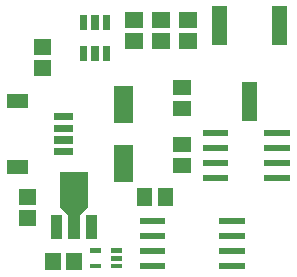
<source format=gbr>
G04 start of page 11 for group -4015 idx -4015 *
G04 Title: (unknown), toppaste *
G04 Creator: pcb 4.0.2 *
G04 CreationDate: Mon Feb 22 18:20:50 2021 UTC *
G04 For: ndholmes *
G04 Format: Gerber/RS-274X *
G04 PCB-Dimensions (mil): 1800.00 1200.00 *
G04 PCB-Coordinate-Origin: lower left *
%MOIN*%
%FSLAX25Y25*%
%LNTOPPASTE*%
%ADD40C,0.0001*%
G54D40*G36*
X26449Y67055D02*Y64693D01*
X32551D01*
Y67055D01*
X26449D01*
G37*
G36*
Y63118D02*Y60756D01*
X32551D01*
Y63118D01*
X26449D01*
G37*
G36*
Y59181D02*Y56819D01*
X32551D01*
Y59181D01*
X26449D01*
G37*
G36*
Y55244D02*Y52882D01*
X32551D01*
Y55244D01*
X26449D01*
G37*
G36*
X10701Y73354D02*Y68630D01*
X17787D01*
Y73354D01*
X10701D01*
G37*
G36*
Y51307D02*Y46583D01*
X17787D01*
Y51307D01*
X10701D01*
G37*
G36*
X52650Y56457D02*X46350D01*
Y43858D01*
X52650D01*
Y56457D01*
G37*
G36*
Y76142D02*X46350D01*
Y63543D01*
X52650D01*
Y76142D01*
G37*
G36*
X66048Y78102D02*Y72984D01*
X71952D01*
Y78102D01*
X66048D01*
G37*
G36*
Y71016D02*Y65898D01*
X71952D01*
Y71016D01*
X66048D01*
G37*
G36*
X55000Y32000D02*Y30000D01*
X63500D01*
Y32000D01*
X55000D01*
G37*
G36*
Y27000D02*Y25000D01*
X63500D01*
Y27000D01*
X55000D01*
G37*
G36*
Y22000D02*Y20000D01*
X63500D01*
Y22000D01*
X55000D01*
G37*
G36*
Y17000D02*Y15000D01*
X63500D01*
Y17000D01*
X55000D01*
G37*
G36*
X81500D02*Y15000D01*
X90000D01*
Y17000D01*
X81500D01*
G37*
G36*
Y22000D02*Y20000D01*
X90000D01*
Y22000D01*
X81500D01*
G37*
G36*
Y27000D02*Y25000D01*
X90000D01*
Y27000D01*
X81500D01*
G37*
G36*
Y32000D02*Y30000D01*
X90000D01*
Y32000D01*
X81500D01*
G37*
G36*
X28516Y20452D02*X23398D01*
Y14548D01*
X28516D01*
Y20452D01*
G37*
G36*
X35602D02*X30484D01*
Y14548D01*
X35602D01*
Y20452D01*
G37*
G36*
X19548Y91602D02*Y86484D01*
X25452D01*
Y91602D01*
X19548D01*
G37*
G36*
Y84516D02*Y79398D01*
X25452D01*
Y84516D01*
X19548D01*
G37*
G36*
X103842Y102594D02*X99158D01*
Y89602D01*
X103842D01*
Y102594D01*
G37*
G36*
X83842D02*X79158D01*
Y89602D01*
X83842D01*
Y102594D01*
G37*
G36*
X93842Y77398D02*X89158D01*
Y64405D01*
X93842D01*
Y77398D01*
G37*
G36*
X28984Y33000D02*X25204D01*
Y25126D01*
X28984D01*
Y33000D01*
G37*
G36*
X34890Y40716D02*X31110D01*
Y25126D01*
X34890D01*
Y40716D01*
G37*
G36*
X37725Y47175D02*X28275D01*
Y35835D01*
X37725D01*
Y47175D01*
G37*
G36*
X29695Y37255D02*X28275Y35835D01*
X31115Y32995D01*
X32535Y34415D01*
X29695Y37255D01*
G37*
G36*
X37725Y35835D02*X36305Y37255D01*
X33465Y34415D01*
X34885Y32995D01*
X37725Y35835D01*
G37*
G36*
X40796Y33000D02*X37016D01*
Y25126D01*
X40796D01*
Y33000D01*
G37*
G36*
X14548Y41602D02*Y36484D01*
X20452D01*
Y41602D01*
X14548D01*
G37*
G36*
Y34516D02*Y29398D01*
X20452D01*
Y34516D01*
X14548D01*
G37*
G36*
X96500Y46500D02*Y44500D01*
X105000D01*
Y46500D01*
X96500D01*
G37*
G36*
Y51500D02*Y49500D01*
X105000D01*
Y51500D01*
X96500D01*
G37*
G36*
Y56500D02*Y54500D01*
X105000D01*
Y56500D01*
X96500D01*
G37*
G36*
Y61500D02*Y59500D01*
X105000D01*
Y61500D01*
X96500D01*
G37*
G36*
X76000D02*Y59500D01*
X84500D01*
Y61500D01*
X76000D01*
G37*
G36*
Y56500D02*Y54500D01*
X84500D01*
Y56500D01*
X76000D01*
G37*
G36*
Y51500D02*Y49500D01*
X84500D01*
Y51500D01*
X76000D01*
G37*
G36*
Y46500D02*Y44500D01*
X84500D01*
Y46500D01*
X76000D01*
G37*
G36*
X59048Y100602D02*Y95484D01*
X64952D01*
Y100602D01*
X59048D01*
G37*
G36*
Y93516D02*Y88398D01*
X64952D01*
Y93516D01*
X59048D01*
G37*
G36*
X50048D02*Y88398D01*
X55952D01*
Y93516D01*
X50048D01*
G37*
G36*
Y100602D02*Y95484D01*
X55952D01*
Y100602D01*
X50048D01*
G37*
G36*
X68048D02*Y95484D01*
X73952D01*
Y100602D01*
X68048D01*
G37*
G36*
Y93516D02*Y88398D01*
X73952D01*
Y93516D01*
X68048D01*
G37*
G36*
X38450Y21850D02*Y20350D01*
X41950D01*
Y21850D01*
X38450D01*
G37*
G36*
Y16750D02*Y15250D01*
X41950D01*
Y16750D01*
X38450D01*
G37*
G36*
X45450D02*Y15250D01*
X48950D01*
Y16750D01*
X45450D01*
G37*
G36*
Y19250D02*Y17750D01*
X48950D01*
Y19250D01*
X45450D01*
G37*
G36*
Y21850D02*Y20350D01*
X48950D01*
Y21850D01*
X45450D01*
G37*
G36*
X59059Y41952D02*X53941D01*
Y36048D01*
X59059D01*
Y41952D01*
G37*
G36*
X66145D02*X61027D01*
Y36048D01*
X66145D01*
Y41952D01*
G37*
G36*
X37480Y89224D02*X35040D01*
Y84422D01*
X37480D01*
Y89224D01*
G37*
G36*
X41220D02*X38780D01*
Y84422D01*
X41220D01*
Y89224D01*
G37*
G36*
X44960D02*X42520D01*
Y84422D01*
X44960D01*
Y89224D01*
G37*
G36*
Y99578D02*X42520D01*
Y94776D01*
X44960D01*
Y99578D01*
G37*
G36*
X41220D02*X38780D01*
Y94776D01*
X41220D01*
Y99578D01*
G37*
G36*
X37480D02*X35040D01*
Y94776D01*
X37480D01*
Y99578D01*
G37*
G36*
X66048Y52016D02*Y46898D01*
X71952D01*
Y52016D01*
X66048D01*
G37*
G36*
Y59102D02*Y53984D01*
X71952D01*
Y59102D01*
X66048D01*
G37*
M02*

</source>
